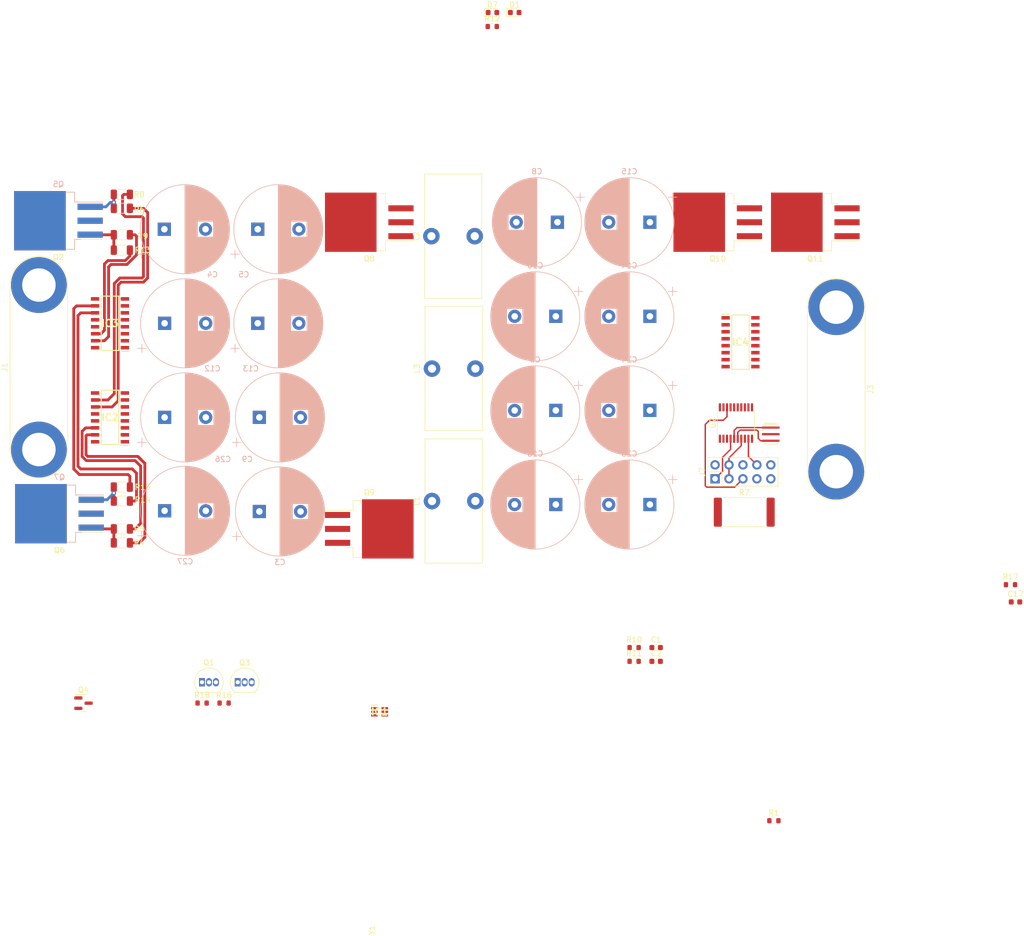
<source format=kicad_pcb>
(kicad_pcb (version 20211014) (generator pcbnew)
  (layers (0 "F.Cu" signal) (31 "B.Cu" signal) (34 "B.Paste" user) (35 "F.Paste" user) (36 "B.SilkS" user "B.Silkscreen") (37 "F.SilkS" user "F.Silkscreen") (38 "B.Mask" user) (39 "F.Mask" user) (44 "Edge.Cuts" user))
  (net 0 "")
  (net 1 "Earth")
  (net 2 "+3V3")
  (net 3 "/ChargeController/I_{Sense}+")
  (net 4 "/V_{BATT}")
  (net 5 "/ChargeController/I_{BATT}_Sense")
  (net 6 "/FilteredRectifier/NEG_ON")
  (net 7 "+12V")
  (net 8 "/FilteredRectifier/POS_ON")
  (net 9 "Net-(C7-Pad1)")
  (net 11 "/FilteredRectifier/DGND")
  (net 13 "Net-(IC2-Pad10)")
  (net 14 "Net-(IC2-Pad11)")
  (net 16 "/L1")
  (net 17 "Net-(IC2-Pad14)")
  (net 18 "Net-(IC2-Pad15)")
  (net 19 "Net-(C20-Pad1)")
  (net 20 "Net-(C19-Pad1)")
  (net 23 "Net-(IC3-Pad10)")
  (net 24 "Net-(IC3-Pad11)")
  (net 26 "Net-(IC3-Pad14)")
  (net 27 "Net-(IC3-Pad15)")
  (net 28 "Net-(C21-Pad1)")
  (net 29 "/ChargeController/V_{in}_Sense")
  (net 30 "/ChargeController/V_{BATT}_Sense")
  (net 31 "/V_{DC}")
  (net 32 "/V_{REG}")
  (net 33 "Net-(C17-Pad1)")
  (net 34 "/N")
  (net 35 "/ChargeController/~{RST}")
  (net 37 "/ChargeController/SWIM")
  (net 41 "/DC-DC Converter/L+")
  (net 43 "Net-(Q1-Pad3)")
  (net 44 "/FilteredRectifier/PHG")
  (net 45 "/FilteredRectifier/PLG")
  (net 46 "/FilteredRectifier/NHG")
  (net 47 "/FilteredRectifier/NLG")
  (net 48 "/ChargeController/SWITCH")
  (net 51 "Net-(U2-Pad5)")
  (net 52 "Net-(U2-Pad6)")
  (net 55 "/ChargeController/START{slash}~{STOP}")
  (net 56 "/ChargeController/BOOST{slash}~{BUCK}")
  (net 60 "/DC-DC Converter/~{SWITCH}")
  (net 61 "Net-(C22-Pad1)")
  (net 64 "Net-(IC4-Pad10)")
  (net 65 "Net-(IC4-Pad11)")
  (net 67 "Net-(IC4-Pad14)")
  (net 68 "Net-(IC4-Pad15)")
  (net 69 "Net-(C23-Pad1)")
  (net 70 "/DC-DC Converter/G_SWITCH")
  (net 71 "/DC-DC Converter/G_DIODE")
  (net 72 "/ChargeController/GND")
  (net 74 "Net-(Q10-Pad3)")
  (footprint "Diode_SMD:D_0603_1608Metric" (layer "F.Cu") (at 201.519272 82.432959)
    (fp_text reference "D7" (at 0 -1.43) (layer "F.SilkS"))
    (fp_text value "5V")
    (pad "1" smd roundrect (at -0.7875 0) (size 0.875 0.95) (layers "F.Cu" "F.Paste" "F.Mask") (net 29 "/ChargeController/V_{in}_Sense"))
    (pad "2" smd roundrect (at 0.7875 0) (size 0.875 0.95) (layers "F.Cu" "F.Paste" "F.Mask") (net 72 "/ChargeController/GND"))
  )
  (footprint "Resistor_SMD:R_1206_3216Metric" (layer "F.Cu") (at 133.985 118.11)
    (fp_text reference "R6" (at 3.175 0.254) (layer "F.SilkS"))
    (fp_text value "10")
    (pad "1" smd roundrect (at -1.4625 0) (size 1.125 1.75) (layers "F.Cu" "F.Paste" "F.Mask") (roundrect_rratio 0.222222) (net 45 "/FilteredRectifier/PLG"))
    (pad "2" smd roundrect (at 1.4625 0) (size 1.125 1.75) (layers "F.Cu" "F.Paste" "F.Mask") (roundrect_rratio 0.222222) (net 14 "Net-(IC2-Pad11)"))
  )
  (footprint "Resistor_SMD:R_0603_1608Metric" (layer "F.Cu") (at 227.33 198.15)
    (fp_text reference "R10" (at 0 -1.43) (layer "F.SilkS"))
    (fp_text value "10k")
    (pad "1" smd roundrect (at -0.825 0) (size 0.8 0.95) (layers "F.Cu" "F.Paste" "F.Mask") (net 2 "+3V3"))
    (pad "2" smd roundrect (at 0.825 0) (size 0.8 0.95) (layers "F.Cu" "F.Paste" "F.Mask") (net 35 "/ChargeController/~{RST}"))
  )
  (footprint "Resistor_SMD:R_1206_3216Metric" (layer "F.Cu") (at 133.985 125.73)
    (fp_text reference "R13" (at 3.81 0) (layer "F.SilkS"))
    (fp_text value "10")
    (pad "1" smd roundrect (at -1.4625 0) (size 1.125 1.75) (layers "F.Cu" "F.Paste" "F.Mask") (roundrect_rratio 0.222222) (net 44 "/FilteredRectifier/PHG"))
    (pad "2" smd roundrect (at 1.4625 0) (size 1.125 1.75) (layers "F.Cu" "F.Paste" "F.Mask") (roundrect_rratio 0.222222) (net 26 "Net-(IC3-Pad14)"))
  )
  (footprint "Inductor_THT:L_Toroid_Vertical_L22.4mm_W10.2mm_P7.90mm_Vishay_TJ4" (layer "F.Cu") (at 190.39 123.19 90)
    (fp_text reference "L2" (at 0 -2.75 90) (layer "F.SilkS"))
    (fp_text value "L")
    (pad "1" thru_hole circle (at 0 0 90) (size 3 3) (drill 1.5) (layers *.Cu *.Mask) (net 41 "/DC-DC Converter/L+"))
    (pad "2" thru_hole circle (at 0 7.9 90) (size 3 3) (drill 1.5) (layers *.Cu *.Mask) (net 32 "/V_{REG}"))
  )
  (footprint "Connector_PinHeader_2.54mm:PinHeader_2x05_P2.54mm_Vertical" (layer "F.Cu") (at 242.078 167.402 90)
    (fp_text reference "J7" (at 1.27 -2.33 90) (layer "F.SilkS"))
    (fp_text value "Conn_02x05_Odd_Even")
    (pad "1" thru_hole rect (at 0 0 90) (size 1.7 1.7) (drill 1) (layers *.Cu *.Mask) (net 35 "/ChargeController/~{RST}"))
    (pad "2" thru_hole oval (at 2.54 0 90) (size 1.7 1.7) (drill 1) (layers *.Cu *.Mask))
    (pad "3" thru_hole oval (at 0 2.54 90) (size 1.7 1.7) (drill 1) (layers *.Cu *.Mask) (net 72 "/ChargeController/GND"))
    (pad "4" thru_hole oval (at 2.54 2.54 90) (size 1.7 1.7) (drill 1) (layers *.Cu *.Mask) (net 72 "/ChargeController/GND"))
    (pad "5" thru_hole oval (at 0 5.08 90) (size 1.7 1.7) (drill 1) (layers *.Cu *.Mask) (net 37 "/ChargeController/SWIM"))
    (pad "6" thru_hole oval (at 2.54 5.08 90) (size 1.7 1.7) (drill 1) (layers *.Cu *.Mask))
    (pad "7" thru_hole oval (at 0 7.62 90) (size 1.7 1.7) (drill 1) (layers *.Cu *.Mask) (net 2 "+3V3"))
    (pad "8" thru_hole oval (at 2.54 7.62 90) (size 1.7 1.7) (drill 1) (layers *.Cu *.Mask) (net 2 "+3V3"))
    (pad "9" thru_hole oval (at 0 10.16 90) (size 1.7 1.7) (drill 1) (layers *.Cu *.Mask))
    (pad "10" thru_hole oval (at 2.54 10.16 90) (size 1.7 1.7) (drill 1) (layers *.Cu *.Mask))
  )
  (footprint "Resistor_SMD:R_0603_1608Metric" (layer "F.Cu") (at 148.61 208.26)
    (fp_text reference "R18" (at 0 -1.43) (layer "F.SilkS"))
    (fp_text value "R_US")
    (pad "1" smd roundrect (at -0.825 0) (size 0.8 0.95) (layers "F.Cu" "F.Paste" "F.Mask") (net 2 "+3V3"))
    (pad "2" smd roundrect (at 0.825 0) (size 0.8 0.95) (layers "F.Cu" "F.Paste" "F.Mask") (net 6 "/FilteredRectifier/NEG_ON"))
  )
  (footprint "Package_TO_SOT_THT:TO-92_Inline" (layer "F.Cu") (at 148.59 204.47)
    (fp_text reference "Q1" (at 1.27 -3.56) (layer "F.SilkS"))
    (fp_text value "BS170")
    (pad "1" thru_hole rect (at 0 0) (size 1.05 1.5) (drill 0.75) (layers *.Cu *.Mask) (net 8 "/FilteredRectifier/POS_ON"))
    (pad "2" thru_hole oval (at 1.27 0) (size 1.05 1.5) (drill 0.75) (layers *.Cu *.Mask))
    (pad "3" thru_hole oval (at 2.54 0) (size 1.05 1.5) (drill 0.75) (layers *.Cu *.Mask) (net 43 "Net-(Q1-Pad3)"))
  )
  (footprint "Resistor_SMD:R_1206_3216Metric" (layer "F.Cu") (at 133.985 115.57)
    (fp_text reference "R8" (at 3.175 0) (layer "F.SilkS"))
    (fp_text value "10")
    (pad "1" smd roundrect (at -1.4625 0) (size 1.125 1.75) (layers "F.Cu" "F.Paste" "F.Mask") (roundrect_rratio 0.222222) (net 45 "/FilteredRectifier/PLG"))
    (pad "2" smd roundrect (at 1.4625 0) (size 1.125 1.75) (layers "F.Cu" "F.Paste" "F.Mask") (roundrect_rratio 0.222222) (net 13 "Net-(IC2-Pad10)"))
  )
  (footprint "Package_TO_SOT_SMD:TO-263-3_TabPin2" (layer "F.Cu") (at 242.57 120.65 180)
    (fp_text reference "Q10" (at 0 -6.65) (layer "F.SilkS"))
    (fp_text value "Q_NMOS_GDS")
    (pad "1" smd rect (at -5.775 -2.54 180) (size 4.6 1.1) (layers "F.Cu" "F.Paste" "F.Mask"))
    (pad "2" smd rect (at -5.775 0 180) (size 4.6 1.1) (layers "F.Cu" "F.Paste" "F.Mask") (net 32 "/V_{REG}"))
    (pad "2" smd rect (at 3.375 0 180) (size 9.4 10.8) (layers "F.Cu" "F.Mask") (net 32 "/V_{REG}"))
    (pad "3" smd rect (at -5.775 2.54 180) (size 4.6 1.1) (layers "F.Cu" "F.Paste" "F.Mask") (net 74 "Net-(Q10-Pad3)"))
  )
  (footprint "Capacitor_SMD:C_0603_1608Metric" (layer "F.Cu") (at 231.34 200.66)
    (fp_text reference "C2" (at 0 -1.43) (layer "F.SilkS"))
    (fp_text value "C")
    (pad "1" smd roundrect (at -0.775 0) (size 0.9 0.95) (layers "F.Cu" "F.Paste" "F.Mask") (net 30 "/ChargeController/V_{BATT}_Sense"))
    (pad "2" smd roundrect (at 0.775 0) (size 0.9 0.95) (layers "F.Cu" "F.Paste" "F.Mask") (net 1 "Earth"))
  )
  (footprint "Resistor_SMD:R_1206_3216Metric" (layer "F.Cu") (at 133.985 168.91)
    (fp_text reference "R15" (at 3.81 0) (layer "F.SilkS"))
    (fp_text value "10")
    (pad "1" smd roundrect (at -1.4625 0) (size 1.125 1.75) (layers "F.Cu" "F.Paste" "F.Mask") (roundrect_rratio 0.222222) (net 47 "/FilteredRectifier/NLG"))
    (pad "2" smd roundrect (at 1.4625 0) (size 1.125 1.75) (layers "F.Cu" "F.Paste" "F.Mask") (roundrect_rratio 0.222222) (net 23 "Net-(IC3-Pad10)"))
  )
  (footprint "Package_TO_SOT_SMD:SOT-23" (layer "F.Cu") (at 127 208.28)
    (fp_text reference "Q4" (at 0 -2.4) (layer "F.SilkS"))
    (fp_text value "STB15N80K5")
    (pad "1" smd roundrect (at -0.9375 -0.95) (size 1.475 0.6) (layers "F.Cu" "F.Paste" "F.Mask") (net 48 "/ChargeController/SWITCH"))
    (pad "2" smd roundrect (at -0.9375 0.95) (size 1.475 0.6) (layers "F.Cu" "F.Paste" "F.Mask") (net 60 "/DC-DC Converter/~{SWITCH}"))
    (pad "3" smd roundrect (at 0.9375 0) (size 1.475 0.6) (layers "F.Cu" "F.Paste" "F.Mask") (net 1 "Earth"))
  )
  (footprint "SamacSys_Parts:SOIC127P600X175-16N" (layer "F.Cu") (at 131.826 139.065 180)
    (fp_text reference "IC3" (at 0 0) (layer "F.SilkS") (effects (font (size 1.27 1.27) (thickness 0.254))))
    (fp_text value "STDRIVEG600TR" hide)
    (pad "1" smd rect locked (at -2.712 -4.445 270) (size 0.65 1.525) (layers "F.Cu" "F.Paste" "F.Mask") (net 8 "/FilteredRectifier/POS_ON"))
    (pad "2" smd rect locked (at -2.712 -3.175 270) (size 0.65 1.525) (layers "F.Cu" "F.Paste" "F.Mask") (net 7 "+12V"))
    (pad "3" smd rect locked (at -2.712 -1.905 270) (size 0.65 1.525) (layers "F.Cu" "F.Paste" "F.Mask") (net 6 "/FilteredRectifier/NEG_ON"))
    (pad "4" smd rect locked (at -2.712 -0.635 270) (size 0.65 1.525) (layers "F.Cu" "F.Paste" "F.Mask") (net 7 "+12V"))
    (pad "5" smd rect locked (at -2.712 0.635 270) (size 0.65 1.525) (layers "F.Cu" "F.Paste" "F.Mask") (net 20 "Net-(C19-Pad1)"))
    (pad "6" smd rect locked (at -2.712 1.905 270) (size 0.65 1.525) (layers "F.Cu" "F.Paste" "F.Mask"))
    (pad "7" smd rect locked (at -2.712 3.175 270) (size 0.65 1.525) (layers "F.Cu" "F.Paste" "F.Mask") (net 11 "/FilteredRectifier/DGND"))
    (pad "8" smd rect locked (at -2.712 4.445 270) (size 0.65 1.525) (layers "F.Cu" "F.Paste" "F.Mask"))
    (pad "9" smd rect locked (at 2.712 4.445 270) (size 0.65 1.525) (layers "F.Cu" "F.Paste" "F.Mask") (net 72 "/ChargeController/GND"))
    (pad "10" smd rect locked (at 2.712 3.175 270) (size 0.65 1.525) (layers "F.Cu" "F.Paste" "F.Mask") (net 23 "Net-(IC3-Pad10)"))
    (pad "11" smd rect locked (at 2.712 1.905 270) (size 0.65 1.525) (layers "F.Cu" "F.Paste" "F.Mask") (net 24 "Net-(IC3-Pad11)"))
    (pad "12" smd rect locked (at 2.712 0.635 270) (size 0.65 1.525) (layers "F.Cu" "F.Paste" "F.Mask"))
    (pad "13" smd rect locked (at 2.712 -0.635 270) (size 0.65 1.525) (layers "F.Cu" "F.Paste" "F.Mask") (net 16 "/L1"))
    (pad "14" smd rect locked (at 2.712 -1.905 270) (size 0.65 1.525) (layers "F.Cu" "F.Paste" "F.Mask") (net 26 "Net-(IC3-Pad14)"))
    (pad "15" smd rect locked (at 2.712 -3.175 270) (size 0.65 1.525) (layers "F.Cu" "F.Paste" "F.Mask") (net 27 "Net-(IC3-Pad15)"))
    (pad "16" smd rect locked (at 2.712 -4.445 270) (size 0.65 1.525) (layers "F.Cu" "F.Paste" "F.Mask") (net 28 "Net-(C21-Pad1)"))
  )
  (footprint "Package_TO_SOT_SMD:TO-263-3_TabPin2" (layer "F.Cu") (at 122.616 173.755 180)
    (fp_text reference "Q6" (at 0 -6.65) (layer "F.SilkS"))
    (fp_text value "Q_NMOS_GDS")
    (pad "1" smd rect (at -5.775 -2.54 180) (size 4.6 1.1) (layers "F.Cu" "F.Paste" "F.Mask") (net 46 "/FilteredRectifier/NHG"))
    (pad "2" smd rect (at -5.775 0 180) (size 4.6 1.1) (layers "F.Cu" "F.Paste" "F.Mask") (net 31 "/V_{DC}"))
    (pad "2" smd rect (at 3.375 0 180) (size 9.4 10.8) (layers "F.Cu" "F.Mask") (net 31 "/V_{DC}"))
    (pad "3" smd rect (at -5.775 2.54 180) (size 4.6 1.1) (layers "F.Cu" "F.Paste" "F.Mask") (net 34 "/N"))
  )
  (footprint "Resistor_SMD:R_0603_1608Metric" (layer "F.Cu") (at 252.797868 229.700592)
    (fp_text reference "R1" (at 0 -1.43) (layer "F.SilkS"))
    (fp_text value "1k")
    (pad "1" smd roundrect (at -0.825 0) (size 0.8 0.95) (layers "F.Cu" "F.Paste" "F.Mask") (net 30 "/ChargeController/V_{BATT}_Sense"))
    (pad "2" smd roundrect (at 0.825 0) (size 0.8 0.95) (layers "F.Cu" "F.Paste" "F.Mask") (net 1 "Earth"))
  )
  (footprint "Diode_SMD:D_0603_1608Metric" (layer "F.Cu") (at 205.569272 82.432959)
    (fp_text reference "D1" (at 0 -1.43) (layer "F.SilkS"))
    (fp_text value "5V")
    (pad "1" smd roundrect (at -0.7875 0) (size 0.875 0.95) (layers "F.Cu" "F.Paste" "F.Mask") (net 30 "/ChargeController/V_{BATT}_Sense"))
    (pad "2" smd roundrect (at 0.7875 0) (size 0.875 0.95) (layers "F.Cu" "F.Paste" "F.Mask") (net 1 "Earth"))
  )
  (footprint "Inductor_THT:L_Toroid_Vertical_L22.4mm_W10.2mm_P7.90mm_Vishay_TJ4" (layer "F.Cu") (at 190.5 147.32 90)
    (fp_text reference "L3" (at 0 -2.75 90) (layer "F.SilkS"))
    (fp_text value "L")
    (pad "1" thru_hole circle (at 0 0 90) (size 3 3) (drill 1.5) (layers *.Cu *.Mask) (net 41 "/DC-DC Converter/L+"))
    (pad "2" thru_hole circle (at 0 7.9 90) (size 3 3) (drill 1.5) (layers *.Cu *.Mask) (net 32 "/V_{REG}"))
  )
  (footprint "Package_TO_SOT_THT:TO-92_Inline" (layer "F.Cu") (at 155.1 204.47)
    (fp_text reference "Q3" (at 1.27 -3.56) (layer "F.SilkS"))
    (fp_text value "BS170")
    (pad "1" thru_hole rect (at 0 0) (size 1.05 1.5) (drill 0.75) (layers *.Cu *.Mask) (net 6 "/FilteredRectifier/NEG_ON"))
    (pad "2" thru_hole oval (at 1.27 0) (size 1.05 1.5) (drill 0.75) (layers *.Cu *.Mask) (net 8 "/FilteredRectifier/POS_ON"))
    (pad "3" thru_hole oval (at 2.54 0) (size 1.05 1.5) (drill 0.75) (layers *.Cu *.Mask) (net 43 "Net-(Q1-Pad3)"))
  )
  (footprint "Resistor_SMD:R_1206_3216Metric" (layer "F.Cu") (at 133.985 171.45)
    (fp_text reference "R14" (at 3.81 -0.23) (layer "F.SilkS"))
    (fp_text value "10")
    (pad "1" smd roundrect (at -1.4625 0) (size 1.125 1.75) (layers "F.Cu" "F.Paste" "F.Mask") (roundrect_rratio 0.222222) (net 47 "/FilteredRectifier/NLG"))
    (pad "2" smd roundrect (at 1.4625 0) (size 1.125 1.75) (layers "F.Cu" "F.Paste" "F.Mask") (roundrect_rratio 0.222222) (net 24 "Net-(IC3-Pad11)"))
  )
  (footprint "Resistor_SMD:R_4020_10251Metric" (layer "F.Cu") (at 247.396 173.482)
    (fp_text reference "R7" (at 0 -3.6) (layer "F.SilkS"))
    (fp_text value ".1m")
    (pad "1" smd roundrect (at -4.8125 0) (size 1.475 5.3) (layers "F.Cu" "F.Paste" "F.Mask") (roundrect_rratio 0.169492) (net 72 "/ChargeController/GND"))
    (pad "2" smd roundrect (at 4.8125 0) (size 1.475 5.3) (layers "F.Cu" "F.Paste" "F.Mask") (roundrect_rratio 0.169492) (net 1 "Earth"))
  )
  (footprint "Capacitor_SMD:C_0603_1608Metric" (layer "F.Cu") (at 231.34 198.15)
    (fp_text reference "C1" (at 0 -1.43) (layer "F.SilkS"))
    (fp_text value "C")
    (pad "1" smd roundrect (at -0.775 0) (size 0.9 0.95) (layers "F.Cu" "F.Paste" "F.Mask") (net 29 "/ChargeController/V_{in}_Sense"))
    (pad "2" smd roundrect (at 0.775 0) (size 0.9 0.95) (layers "F.Cu" "F.Paste" "F.Mask") (net 72 "/ChargeController/GND"))
  )
  (footprint "Resistor_SMD:R_0603_1608Metric" (layer "F.Cu") (at 201.479272 84.982959)
    (fp_text reference "R12" (at 0 -1.43) (layer "F.SilkS"))
    (fp_text value "R_US")
    (pad "1" smd roundrect (at -0.825 0) (size 0.8 0.95) (layers "F.Cu" "F.Paste" "F.Mask") (net 29 "/ChargeController/V_{in}_Sense"))
    (pad "2" smd roundrect (at 0.825 0) (size 0.8 0.95) (layers "F.Cu" "F.Paste" "F.Mask") (net 72 "/ChargeController/GND"))
  )
  (footprint "SamacSys_Parts:SOT65P210X110-6N" (layer "F.Cu") (at 180.955 209.855)
    (fp_text reference "IC1" (at 0 0) (layer "F.SilkS") (effects (font (size 1.27 1.27) (thickness 0.254))))
    (fp_text value "INA211CQDCKRQ1" hide)
    (pad "1" smd rect locked (at -0.95 -0.65 90) (size 0.4 1.2) (layers "F.Cu" "F.Paste" "F.Mask") (net 72 "/ChargeController/GND"))
    (pad "2" smd rect locked (at -0.95 0 90) (size 0.4 1.2) (layers "F.Cu" "F.Paste" "F.Mask") (net 72 "/ChargeController/GND"))
    (pad "3" smd rect locked (at -0.95 0.65 90) (size 0.4 1.2) (layers "F.Cu" "F.Paste" "F.Mask") (net 2 "+3V3"))
    (pad "4" smd rect locked (at 0.95 0.65 90) (size 0.4 1.2) (layers "F.Cu" "F.Paste" "F.Mask") (net 3 "/ChargeController/I_{Sense}+"))
    (pad "5" smd rect locked (at 0.95 0 90) (size 0.4 1.2) (layers "F.Cu" "F.Paste" "F.Mask") (net 4 "/V_{BATT}"))
    (pad "6" smd rect locked (at 0.95 -0.65 90) (size 0.4 1.2) (layers "F.Cu" "F.Paste" "F.Mask") (net 5 "/ChargeController/I_{BATT}_Sense"))
  )
  (footprint "Inductor_THT:L_Toroid_Vertical_L22.4mm_W10.2mm_P7.90mm_Vishay_TJ4" (layer "F.Cu") (at 190.5 171.45 90)
    (fp_text reference "L1" (at 0 -2.75 90) (layer "F.SilkS"))
    (fp_text value "L")
    (pad "1" thru_hole circle (at 0 0 90) (size 3 3) (drill 1.5) (layers *.Cu *.Mask) (net 41 "/DC-DC Converter/L+"))
    (pad "2" thru_hole circle (at 0 7.9 90) (size 3 3) (drill 1.5) (layers *.Cu *.Mask) (net 32 "/V_{REG}"))
  )
  (footprint "Resistor_SMD:R_0603_1608Metric" (layer "F.Cu") (at 295.91 186.69)
    (fp_text reference "R17" (at 0 -1.43) (layer "F.SilkS"))
    (fp_text value "99k")
    (pad "1" smd roundrect (at -0.825 0) (size 0.8 0.95) (layers "F.Cu" "F.Paste" "F.Mask") (net 4 "/V_{BATT}"))
    (pad "2" smd roundrect (at 0.825 0) (size 0.8 0.95) (layers "F.Cu" "F.Paste" "F.Mask") (net 30 "/ChargeController/V_{BATT}_Sense"))
  )
  (footprint "Package_TO_SOT_SMD:TO-263-3_TabPin2" (layer "F.Cu") (at 179.07 176.53)
    (fp_text reference "Q9" (at 0 -6.65) (layer "F.SilkS"))
    (fp_text value "Q_NMOS_GDS")
    (pad "1" smd rect (at -5.775 -2.54) (size 4.6 1.1) (layers "F.Cu" "F.Paste" "F.Mask") (net 71 "/DC-DC Converter/G_DIODE"))
    (pad "2" smd rect (at 3.375 0) (size 9.4 10.8) (layers "F.Cu" "F.Mask") (net 41 "/DC-DC Converter/L+"))
    (pad "2" smd rect (at -5.775 0) (size 4.6 1.1) (layers "F.Cu" "F.Paste" "F.Mask") (net 41 "/DC-DC Converter/L+"))
    (pad "3" smd rect (at -5.775 2.54) (size 4.6 1.1) (layers "F.Cu" "F.Paste" "F.Mask") (net 72 "/ChargeController/GND"))
  )
  (footprint "Resistor_SMD:R_0603_1608Metric" (layer "F.Cu") (at 152.62 208.26)
    (fp_text reference "R16" (at 0 -1.43) (layer "F.SilkS"))
    (fp_text value "R_US")
    (pad "1" smd roundrect (at -0.825 0) (size 0.8 0.95) (layers "F.Cu" "F.Paste" "F.Mask") (net 2 "+3V3"))
    (pad "2" smd roundrect (at 0.825 0) (size 0.8 0.95) (layers "F.Cu" "F.Paste" "F.Mask") (net 8 "/FilteredRectifier/POS_ON"))
  )
  (footprint "Package_TO_SOT_SMD:TO-263-3_TabPin2" (layer "F.Cu") (at 179.07 120.65 180)
    (fp_text reference "Q8" (at 0 -6.65) (layer "F.SilkS"))
    (fp_text value "Q_NMOS_GDS")
    (pad "1" smd rect (at -5.775 -2.54 180) (size 4.6 1.1) (layers "F.Cu" "F.Paste" "F.Mask") (net 70 "/DC-DC Converter/G_SWITCH"))
    (pad "2" smd rect (at -5.775 0 180) (size 4.6 1.1) (layers "F.Cu" "F.Paste" "F.Mask") (net 31 "/V_{DC}"))
    (pad "2" smd rect (at 3.375 0 180) (size 9.4 10.8) (layers "F.Cu" "F.Mask") (net 31 "/V_{DC}"))
    (pad "3" smd rect (at -5.775 2.54 180) (size 4.6 1.1) (layers "F.Cu" "F.Paste" "F.Mask") (net 41 "/DC-DC Converter/L+"))
  )
  (footprint "Resistor_SMD:R_1206_3216Metric" (layer "F.Cu") (at 133.985 122.936)
    (fp_text reference "R9" (at 3.81 0.254) (layer "F.SilkS"))
    (fp_text value "10")
    (pad "1" smd roundrect (at -1.4625 0) (size 1.125 1.75) (layers "F.Cu" "F.Paste" "F.Mask") (roundrect_rratio 0.222222) (net 44 "/FilteredRectifier/PHG"))
    (pad "2" smd roundrect (at 1.4625 0) (size 1.125 1.75) (layers "F.Cu" "F.Paste" "F.Mask") (roundrect_rratio 0.222222) (net 27 "Net-(IC3-Pad15)"))
  )
  (footprint "Package_SO:TSSOP-20_4.4x6.5mm_P0.65mm" (layer "F.Cu") (at 245.883 157.237 90)
    (fp_text reference "U2" (at 0 -4.2 90) (layer "F.SilkS"))
    (fp_text value "STM8AF6223A")
    (pad "1" smd roundrect (at -2.8625 -2.925 90) (size 1.475 0.4) (layers "F.Cu" "F.Paste" "F.Mask") (net 48 "/ChargeController/SWITCH"))
    (pad "2" smd roundrect (at -2.8625 -2.275 90) (size 1.475 0.4) (layers "F.Cu" "F.Paste" "F.Mask"))
    (pad "3" smd roundrect (at -2.8625 -1.625 90) (size 1.475 0.4) (layers "F.Cu" "F.Paste" "F.Mask"))
    (pad "4" smd roundrect (at -2.8625 -0.975 90) (size 1.475 0.4) (layers "F.Cu" "F.Paste" "F.Mask") (net 35 "/ChargeController/~{RST}"))
    (pad "5" smd roundrect (at -2.8625 -0.325 90) (size 1.475 0.4) (layers "F.Cu" "F.Paste" "F.Mask") (net 51 "Net-(U2-Pad5)"))
    (pad "6" smd roundrect (at -2.8625 0.325 90) (size 1.475 0.4) (layers "F.Cu" "F.Paste" "F.Mask") (net 52 "Net-(U2-Pad6)"))
    (pad "7" smd roundrect (at -2.8625 0.975 90) (size 1.475 0.4) (layers "F.Cu" "F.Paste" "F.Mask") (net 72 "/ChargeController/GND"))
    (pad "8" smd roundrect (at -2.8625 1.625 90) (size 1.475 0.4) (layers "F.Cu" "F.Paste" "F.Mask") (net 33 "Net-(C17-Pad1)"))
    (pad "9" smd roundrect (at -2.8625 2.275 90) (size 1.475 0.4) (layers "F.Cu" "F.Paste" "F.Mask") (net 2 "+3V3"))
    (pad "10" smd roundrect (at -2.8625 2.925 90) (size 1.475 0.4) (layers "F.Cu" "F.Paste" "F.Mask"))
    (pad "11" smd roundrect (at 2.8625 2.925 90) (size 1.475 0.4) (layers "F.Cu" "F.Paste" "F.Mask"))
    (pad "12" smd roundrect (at 2.8625 2.275 90) (size 1.475 0.4) (layers "F.Cu" "F.Paste" "F.Mask") (net 55 "/ChargeController/START{slash}~{STOP}"))
    (pad "13" smd roundrect (at 2.8625 1.625 90) (size 1.475 0.4) (layers "F.Cu" "F.Paste" "F.Mask") (net 56 "/ChargeController/BOOST{slash}~{BUCK}"))
    (pad "14" smd roundrect (at 2.8625 0.975 90) (size 1.475 0.4) (layers "F.Cu" "F.Paste" "F.Mask") (net 29 "/ChargeController/V_{in}_Sense"))
    (pad "15" smd roundrect (at 2.8625 0.325 90) (size 1.475 0.4) (layers "F.Cu" "F.Paste" "F.Mask"))
    (pad "16" smd roundrect (at 2.8625 -0.325 90) (size 1.475 0.4) (layers "F.Cu" "F.Paste" "F.Mask"))
    (pad "17" smd roundrect (at 2.8625 -0.975 90) (size 1.475 0.4) (layers "F.Cu" "F.Paste" "F.Mask"))
    (pad "18" smd roundrect (at 2.8625 -1.625 90) (size 1.475 0.4) (layers "F.Cu" "F.Paste" "F.Mask") (net 37 "/ChargeController/SWIM"))
    (pad "19" smd roundrect (at 2.8625 -2.275 90) (size 1.475 0.4) (layers "F.Cu" "F.Paste" "F.Mask") (net 5 "/ChargeController/I_{BATT}_Sense"))
    (pad "20" smd roundrect (at 2.8625 -2.925 90) (size 1.475 0.4) (layers "F.Cu" "F.Paste" "F.Mask") (net 30 "/ChargeController/V_{BATT}_Sense"))
  )
  (footprint "Crystal:Resonator_SMD_Murata_CSTxExxV-3Pin_3.0x1.1mm_HandSoldering" (layer "F.Cu") (at 252.233 159.269 -90)
    (fp_text reference "Y1" (at 90.395184 72.649264 90) (layer "F.SilkS"))
    (fp_text value "Resonator_Small")
    (pad "1" smd rect (at -1.2 0 270) (size 0.4 3.2) (layers "F.Cu" "F.Paste" "F.Mask") (net 51 "Net-(U2-Pad5)"))
    (pad "2" smd rect (at 0 0 270) (size 0.4 3.2) (layers "F.Cu" "F.Paste" "F.Mask") (net 72 "/ChargeController/GND"))
    (pad "3" smd rect (at 1.2 0 270) (size 0.4 3.2) (layers "F.Cu" "F.Paste" "F.Mask") (net 52 "Net-(U2-Pad6)"))
  )
  (footprint "Connector:Banana_Jack_2Pin" (layer "F.Cu") (at 118.872 162.066 90)
    (fp_text reference "J1" (at 14.985 -6.24 90) (layer "F.SilkS"))
    (fp_text value "Conn_01x02")
    (pad "1" thru_hole circle (at 0 0 90) (size 10.16 10.16) (drill 6.1) (layers *.Cu *.Mask) (net 34 "/N"))
    (pad "2" thru_hole circle (at 29.97 0 90) (size 10.16 10.16) (drill 6.1) (layers *.Cu *.Mask) (net 16 "/L1"))
  )
  (footprint "Package_TO_SOT_SMD:TO-263-3_TabPin2" (layer "F.Cu") (at 122.428 120.377 180)
    (fp_text reference "Q2" (at 0 -6.65) (layer "F.SilkS"))
    (fp_text value "Q_NMOS_GDS")
    (pad "1" smd rect (at -5.775 -2.54 180) (size 4.6 1.1) (layers "F.Cu" "F.Paste" "F.Mask") (net 44 "/FilteredRectifier/PHG"))
    (pad "2" smd rect (at 3.375 0 180) (size 9.4 10.8) (layers "F.Cu" "F.Mask") (net 31 "/V_{DC}"))
    (pad "2" smd rect (at -5.775 0 180) (size 4.6 1.1) (layers "F.Cu" "F.Paste" "F.Mask") (net 31 "/V_{DC}"))
    (pad "3" smd rect (at -5.775 2.54 180) (size 4.6 1.1) (layers "F.Cu" "F.Paste" "F.Mask") (net 16 "/L1"))
  )
  (footprint "Resistor_SMD:R_1206_3216Metric" (layer "F.Cu") (at 133.985 179.07)
    (fp_text reference "R4" (at 3.175 0) (layer "F.SilkS"))
    (fp_text value "10")
    (pad "1" smd roundrect (at -1.4625 0) (size 1.125 1.75) (layers "F.Cu" "F.Paste" "F.Mask") (roundrect_rratio 0.222222) (net 46 "/FilteredRectifier/NHG"))
    (pad "2" smd roundrect (at 1.4625 0) (size 1.125 1.75) (layers "F.Cu" "F.Paste" "F.Mask") (roundrect_rratio 0.222222) (net 18 "Net-(IC2-Pad15)"))
  )
  (footprint "SamacSys_Parts:SOIC127P600X175-16N" (layer "F.Cu") (at 131.826 156.21 180)
    (fp_text reference "IC2" (at 0 0) (layer "F.SilkS") (effects (font (size 1.27 1.27) (thickness 0.254))))
    (fp_text value "STDRIVEG600TR" hide)
    (pad "1" smd rect locked (at -2.712 -4.445 270) (size 0.65 1.525) (layers "F.Cu" "F.Paste" "F.Mask") (net 6 "/FilteredRectifier/NEG_ON"))
    (pad "2" smd rect locked (at -2.712 -3.175 270) (size 0.65 1.525) (layers "F.Cu" "F.Paste" "F.Mask") (net 7 "+12V"))
    (pad "3" smd rect locked (at -2.712 -1.905 270) (size 0.65 1.525) (layers "F.Cu" "F.Paste" "F.Mask") (net 8 "/FilteredRectifier/POS_ON"))
    (pad "4" smd rect locked (at -2.712 -0.635 270) (size 0.65 1.525) (layers "F.Cu" "F.Paste" "F.Mask") (net 7 "+12V"))
    (pad "5" smd rect locked (at -2.712 0.635 270) (size 0.65 1.525) (layers "F.Cu" "F.Paste" "F.Mask") (net 9 "Net-(C7-Pad1)"))
    (pad "6" smd rect locked (at -2.712 1.905 270) (size 0.65 1.525) (layers "F.Cu" "F.Paste" "F.Mask"))
    (pad "7" smd rect locked (at -2.712 3.175 270) (size 0.65 1.525) (layers "F.Cu" "F.Paste" "F.Mask") (net 11 "/FilteredRectifier/DGND"))
    (pad "8" smd rect locked (at -2.712 4.445 270) (size 0.65 1.525) (layers "F.Cu" "F.Paste" "F.Mask"))
    (pad "9" smd rect locked (at 2.712 4.445 270) (size 0.65 1.525) (layers "F.Cu" "F.Paste" "F.Mask") (net 72 "/ChargeController/GND"))
    (pad "10" smd rect locked (at 2.712 3.175 270) (size 0.65 1.525) (layers "F.Cu" "F.Paste" "F.Mask") (net 13 "Net-(IC2-Pad10)"))
    (pad "11" smd rect locked (at 2.712 1.905 270) (size 0.65 1.525) (layers "F.Cu" "F.Paste" "F.Mask") (net 14 "Net-(IC2-Pad11)"))
    (pad "12" smd rect locked (at 2.712 0.635 270) (size 0.65 1.525) (layers "F.Cu" "F.Paste" "F.Mask"))
    (pad "13" smd rect locked (at 2.712 -0.635 270) (size 0.65 1.525) (layers "F.Cu" "F.Paste" "F.Mask") (net 16 "/L1"))
    (pad "14" smd rect locked (at 2.712 -1.905 270) (size 0.65 1.525) (layers "F.Cu" "F.Paste" "F.Mask") (net 17 "Net-(IC2-Pad14)"))
    (pad "15" smd rect locked (at 2.712 -3.175 270) (size 0.65 1.525) (layers "F.Cu" "F.Paste" "F.Mask") (net 18 "Net-(IC2-Pad15)"))
    (pad "16" smd rect locked (at 2.712 -4.445 270) (size 0.65 1.525) (layers "F.Cu" "F.Paste" "F.Mask") (net 19 "Net-(C20-Pad1)"))
  )
  (footprint "SamacSys_Parts:SOIC127P600X175-16N" (layer "F.Cu") (at 246.713547 142.511676)
    (fp_text reference "IC4" (at 0 0) (layer "F.SilkS") (effects (font (size 1.27 1.27) (thickness 0.254))))
    (fp_text value "STDRIVEG600TR" hide)
    (pad "1" smd rect locked (at -2.712 -4.445 90) (size 0.65 1.525) (layers "F.Cu" "F.Paste" "F.Mask") (net 48 "/ChargeController/SWITCH"))
    (pad "2" smd rect locked (at -2.712 -3.175 90) (size 0.65 1.525) (layers "F.Cu" "F.Paste" "F.Mask") (net 7 "+12V"))
    (pad "3" smd rect locked (at -2.712 -1.905 90) (size 0.65 1.525) (layers "F.Cu" "F.Paste" "F.Mask") (net 60 "/DC-DC Converter/~{SWITCH}"))
    (pad "4" smd rect locked (at -2.712 -0.635 90) (size 0.65 1.525) (layers "F.Cu" "F.Paste" "F.Mask") (net 7 "+12V"))
    (pad "5" smd rect locked (at -2.712 0.635 90) (size 0.65 1.525) (layers "F.Cu" "F.Paste" "F.Mask") (net 61 "Net-(C22-Pad1)"))
    (pad "6" smd rect locked (at -2.712 1.905 90) (size 0.65 1.525) (layers "F.Cu" "F.Paste" "F.Mask"))
    (pad "7" smd rect locked (at -2.712 3.175 90) (size 0.65 1.525) (layers "F.Cu" "F.Paste" "F.Mask") (net 1 "Earth"))
    (pad "8" smd rect locked (at -2.712 4.445 90) (size 0.65 1.525) (layers "F.Cu" "F.Paste" "F.Mask"))
    (pad "9" smd rect locked (at 2.712 4.445 90) (size 0.65 1.525) (layers "F.Cu" "F.Paste" "F.Mask") (net 72 "/ChargeController/GND"))
    (pad "10" smd rect locked (at 2.712 3.175 90) (size 0.65 1.525) (layers "F.Cu" "F.Paste" "F.Mask") (net 64 "Net-(IC4-Pad10)"))
    (pad "11" smd rect locked (at 2.712 1.905 90) (size 0.65 1.525) (layers "F.Cu" "F.Paste" "F.Mask") (net 65 "Net-(IC4-Pad11)"))
    (pad "12" smd rect locked (at 2.712 0.635 90) (size 0.65 1.525) (layers "F.Cu" "F.Paste" "F.Mask"))
    (pad "13" smd rect locked (at 2.712 -0.635 90) (size 0.65 1.525) (layers "F.Cu" "F.Paste" "F.Mask") (net 41 "/DC-DC Converter/L+"))
    (pad "14" smd rect locked (at 2.712 -1.905 90) (size 0.65 1.525) (layers "F.Cu" "F.Paste" "F.Mask") (net 67 "Net-(IC4-Pad14)"))
    (pad "15" smd rect locked (at 2.712 -3.175 90) (size 0.65 1.525) (layers "F.Cu" "F.Paste" "F.Mask") (net 68 "Net-(IC4-Pad15)"))
    (pad "16" smd rect locked (at 2.712 -4.445 90) (size 0.65 1.525) (layers "F.Cu" "F.Paste" "F.Mask") (net 69 "Net-(C23-Pad1)"))
  )
  (footprint "Package_TO_SOT_SMD:TO-263-3_TabPin2" (layer "F.Cu") (at 260.35 120.65 180)
    (fp_text reference "Q11" (at 0 -6.65) (layer "F.SilkS"))
    (fp_text value "Q_NMOS_GDS")
    (pad "1" smd rect (at -5.775 -2.54 180) (size 4.6 1.1) (layers "F.Cu" "F.Paste" "F.Mask"))
    (pad "2" smd rect (at -5.775 0 180) (size 4.6 1.1) (layers "F.Cu" "F.Paste" "F.Mask") (net 4 "/V_{BATT}"))
    (pad "2" smd rect (at 3.375 0 180) (size 9.4 10.8) (layers "F.Cu" "F.Mask") (net 4 "/V_{BATT}"))
    (pad "3" smd rect (at -5.775 2.54 180) (size 4.6 1.1) (layers "F.Cu" "F.Paste" "F.Mask") (net 74 "Net-(Q10-Pad3)"))
  )
  (footprint "Capacitor_SMD:C_0603_1608Metric" (layer "F.Cu") (at 296.82 189.84)
    (fp_text reference "C17" (at 0 -1.43) (layer "F.SilkS"))
    (fp_text value "C")
    (pad "1" smd roundrect (at -0.775 0) (size 0.9 0.95) (layers "F.Cu" "F.Paste" "F.Mask") (net 33 "Net-(C17-Pad1)"))
    (pad "2" smd roundrect (at 0.775 0) (size 0.9 0.95) (layers "F.Cu" "F.Paste" "F.Mask") (net 72 "/ChargeController/GND"))
  )
  (footprint "Resistor_SMD:R_1206_3216Metric" (layer "F.Cu") (at 133.985 176.53)
    (fp_text reference "R5" (at 3.175 0) (layer "F.SilkS"))
    (fp_text value "10")
    (pad "1" smd roundrect (at -1.4625 0) (size 1.125 1.75) (layers "F.Cu" "F.Paste" "F.Mask") (roundrect_rratio 0.222222) (net 46 "/FilteredRectifier/NHG"))
    (pad "2" smd roundrect (at 1.4625 0) (size 1.125 1.75) (layers "F.Cu" "F.Paste" "F.Mask") (roundrect_rratio 0.222222) (net 17 "Net-(IC2-Pad14)"))
  )
  (footprint "Connector:Banana_Jack_2Pin" (layer "F.Cu") (at 264.16 136.13 -90)
    (fp_text reference "J3" (at 14.985 -6.24 90) (layer "F.SilkS"))
    (fp_text value "Conn_01x02")
    (pad "1" thru_hole circle (at 0 0 270) (size 10.16 10.16) (drill 6.1) (layers *.Cu *.Mask) (net 4 "/V_{BATT}"))
    (pad "2" thru_hole circle (at 29.97 0 270) (size 10.16 10.16) (drill 6.1) (layers *.Cu *.Mask) (net 1 "Earth"))
  )
  (footprint "Resistor_SMD:R_0603_1608Metric" (layer "F.Cu") (at 227.33 200.66)
    (fp_text reference "R11" (at 0 -1.43) (layer "F.SilkS"))
    (fp_text value "R_US")
    (pad "1" smd roundrect (at -0.825 0) (size 0.8 0.95) (layers "F.Cu" "F.Paste" "F.Mask") (net 32 "/V_{REG}"))
    (pad "2" smd roundrect (at 0.825 0) (size 0.8 0.95) (layers "F.Cu" "F.Paste" "F.Mask") (net 29 "/ChargeController/V_{in}_Sense"))
  )
  (footprint "Capacitor_THT:CP_Radial_D16.0mm_P7.50mm" (layer "B.Cu") (at 141.732 121.92)
    (fp_text reference "C4" (at 8.763 8.255) (layer "B.SilkS") (effects (justify mirror)))
    (fp_text value "100uF")
    (pad "1" thru_hole rect (at 0 0) (size 2.4 2.4) (drill 1.2) (layers *.Cu *.Mask) (net 31 "/V_{DC}"))
    (pad "2" thru_hole circle (at 7.5 0) (size 2.4 2.4) (drill 1.2) (layers *.Cu *.Mask) (net 72 "/ChargeController/GND"))
  )
  (footprint "Package_TO_SOT_SMD:TO-263-3_TabPin2" (layer "B.Cu") (at 122.428 120.377 180)
    (fp_text reference "Q5" (at 0 6.65) (layer "B.SilkS") (effects (justify mirror)))
    (fp_text value "Q_NMOS_GDS")
    (pad "1" smd rect (at -5.775 2.54 180) (size 4.6 1.1) (layers "B.Cu" "B.Paste" "B.Mask") (net 45 "/FilteredRectifier/PLG"))
    (pad "2" smd rect (at -5.775 0 180) (size 4.6 1.1) (layers "B.Cu" "B.Paste" "B.Mask") (net 16 "/L1"))
    (pad "2" smd rect (at 3.375 0 180) (size 9.4 10.8) (layers "B.Cu" "B.Mask") (net 16 "/L1"))
    (pad "3" smd rect (at -5.775 -2.54 180) (size 4.6 1.1) (layers "B.Cu" "B.Paste" "B.Mask") (net 72 "/ChargeController/GND"))
  )
  (footprint "Capacitor_THT:CP_Radial_D16.0mm_P7.50mm" (layer "B.Cu") (at 159.047246 173.355)
    (fp_text reference "C3" (at 3.75 9.25) (layer "B.SilkS") (effects (justify mirror)))
    (fp_text value "100uF")
    (pad "1" thru_hole rect (at 0 0) (size 2.4 2.4) (drill 1.2) (layers *.Cu *.Mask) (net 31 "/V_{DC}"))
    (pad "2" thru_hole circle (at 7.5 0) (size 2.4 2.4) (drill 1.2) (layers *.Cu *.Mask) (net 72 "/ChargeController/GND"))
  )
  (footprint "Capacitor_THT:CP_Radial_D16.0mm_P7.50mm" (layer "B.Cu") (at 230.207755 137.795 180)
    (fp_text reference "C14" (at 3.75 9.25) (layer "B.SilkS") (effects (justify mirror)))
    (fp_text value "100uF")
    (pad "1" thru_hole rect (at 0 0 180) (size 2.4 2.4) (drill 1.2) (layers *.Cu *.Mask) (net 32 "/V_{REG}"))
    (pad "2" thru_hole circle (at 7.5 0 180) (size 2.4 2.4) (drill 1.2) (layers *.Cu *.Mask) (net 72 "/ChargeController/GND"))
  )
  (footprint "Capacitor_THT:CP_Radial_D16.0mm_P7.50mm" (layer "B.Cu") (at 213.062755 154.94 180)
    (fp_text reference "C6" (at 3.75 9.25) (layer "B.SilkS") (effects (justify mirror)))
    (fp_text value "100uF")
    (pad "1" thru_hole rect (at 0 0 180) (size 2.4 2.4) (drill 1.2) (layers *.Cu *.Mask) (net 32 "/V_{REG}"))
    (pad "2" thru_hole circle (at 7.5 0 180) (size 2.4 2.4) (drill 1.2) (layers *.Cu *.Mask) (net 72 "/ChargeController/GND"))
  )
  (footprint "Capacitor_THT:CP_Radial_D16.0mm_P7.50mm" (layer "B.Cu") (at 213.36 120.65 180)
    (fp_text reference "C8" (at 3.75 9.25) (layer "B.SilkS") (effects (justify mirror)))
    (fp_text value "100uF")
    (pad "1" thru_hole rect (at 0 0 180) (size 2.4 2.4) (drill 1.2) (layers *.Cu *.Mask) (net 32 "/V_{REG}"))
    (pad "2" thru_hole circle (at 7.5 0 180) (size 2.4 2.4) (drill 1.2) (layers *.Cu *.Mask) (net 72 "/ChargeController/GND"))
  )
  (footprint "Capacitor_THT:CP_Radial_D16.0mm_P7.50mm" (layer "B.Cu") (at 230.207755 120.65 180)
    (fp_text reference "C15" (at 3.75 9.25) (layer "B.SilkS") (effects (justify mirror)))
    (fp_text value "100uF")
    (pad "1" thru_hole rect (at 0 0 180) (size 2.4 2.4) (drill 1.2) (layers *.Cu *.Mask) (net 32 "/V_{REG}"))
    (pad "2" thru_hole circle (at 7.5 0 180) (size 2.4 2.4) (drill 1.2) (layers *.Cu *.Mask) (net 72 "/ChargeController/GND"))
  )
  (footprint "Capacitor_THT:CP_Radial_D16.0mm_P7.50mm" (layer "B.Cu") (at 213.062755 137.795 180)
    (fp_text reference "C10" (at 3.75 9.25) (layer "B.SilkS") (effects (justify mirror)))
    (fp_text value "100uF")
    (pad "1" thru_hole rect (at 0 0 180) (size 2.4 2.4) (drill 1.2) (layers *.Cu *.Mask) (net 32 "/V_{REG}"))
    (pad "2" thru_hole circle (at 7.5 0 180) (size 2.4 2.4) (drill 1.2) (layers *.Cu *.Mask) (net 72 "/ChargeController/GND"))
  )
  (footprint "Capacitor_THT:CP_Radial_D16.0mm_P7.50mm" (layer "B.Cu") (at 213.062755 172.085 180)
    (fp_text reference "C16" (at 3.75 9.25) (layer "B.SilkS") (effects (justify mirror)))
    (fp_text value "100uF")
    (pad "1" thru_hole rect (at 0 0 180) (size 2.4 2.4) (drill 1.2) (layers *.Cu *.Mask) (net 32 "/V_{REG}"))
    (pad "2" thru_hole circle (at 7.5 0 180) (size 2.4 2.4) (drill 1.2) (layers *.Cu *.Mask) (net 72 "/ChargeController/GND"))
  )
  (footprint "Capacitor_THT:CP_Radial_D16.0mm_P7.50mm" (layer "B.Cu") (at 158.75 139.065)
    (fp_text reference "C13" (at -1.27 8.255) (layer "B.SilkS") (effects (justify mirror)))
    (fp_text value "100uF")
    (pad "1" thru_hole rect (at 0 0) (size 2.4 2.4) (drill 1.2) (layers *.Cu *.Mask) (net 31 "/V_{DC}"))
    (pad "2" thru_hole circle (at 7.5 0) (size 2.4 2.4) (drill 1.2) (layers *.Cu *.Mask) (net 72 "/ChargeController/GND"))
  )
  (footprint "Capacitor_THT:CP_Radial_D16.0mm_P7.50mm" (layer "B.Cu") (at 159.047246 156.21)
    (fp_text reference "C9" (at -2.202246 7.62) (layer "B.SilkS") (effects (justify mirror)))
    (fp_text value "100uF")
    (pad "1" thru_hole rect (at 0 0) (size 2.4 2.4) (drill 1.2) (layers *.Cu *.Mask) (net 31 "/V_{DC}"))
    (pad "2" thru_hole circle (at 7.5 0) (size 2.4 2.4) (drill 1.2) (layers *.Cu *.Mask) (net 72 "/ChargeController/GND"))
  )
  (footprint "Capacitor_THT:CP_Radial_D16.0mm_P7.50mm" (layer "B.Cu") (at 141.775246 139.065)
    (fp_text reference "C12" (at 8.719754 8.255) (layer "B.SilkS") (effects (justify mirror)))
    (fp_text value "100uF")
    (pad "1" thru_hole rect (at 0 0) (size 2.4 2.4) (drill 1.2) (layers *.Cu *.Mask) (net 31 "/V_{DC}"))
    (pad "2" thru_hole circle (at 7.5 0) (size 2.4 2.4) (drill 1.2) (layers *.Cu *.Mask) (net 72 "/ChargeController/GND"))
  )
  (footprint "Capacitor_THT:CP_Radial_D16.0mm_P7.50mm" (layer "B.Cu") (at 141.775246 156.21)
    (fp_text reference "C26" (at 10.624754 7.62) (layer "B.SilkS") (effects (justify mirror)))
    (fp_text value "100uF")
    (pad "1" thru_hole rect (at 0 0) (size 2.4 2.4) (drill 1.2) (layers *.Cu *.Mask) (net 31 "/V_{DC}"))
    (pad "2" thru_hole circle (at 7.5 0) (size 2.4 2.4) (drill 1.2) (layers *.Cu *.Mask) (net 72 "/ChargeController/GND"))
  )
  (footprint "Capacitor_THT:CP_Radial_D16.0mm_P7.50mm" (layer "B.Cu") (at 230.207755 154.94 180)
    (fp_text reference "C24" (at 3.75 9.25) (layer "B.SilkS") (effects (justify mirror)))
    (fp_text value "100uF")
    (pad "1" thru_hole rect (at 0 0 180) (size 2.4 2.4) (drill 1.2) (layers *.Cu *.Mask) (net 32 "/V_{REG}"))
    (pad "2" thru_hole circle (at 7.5 0 180) (size 2.4 2.4) (drill 1.2) (layers *.Cu *.Mask) (net 72 "/ChargeController/GND"))
  )
  (footprint "Capacitor_THT:CP_Radial_D16.0mm_P7.50mm" (layer "B.Cu") (at 141.775246 173.228)
    (fp_text reference "C27" (at 3.75 9.25) (layer "B.SilkS") (effects (justify mirror)))
    (fp_text value "100uF")
    (pad "1" thru_hole rect (at 0 0) (size 2.4 2.4) (drill 1.2) (layers *.Cu *.Mask) (net 31 "/V_{DC}"))
    (pad "2" thru_hole circle (at 7.5 0) (size 2.4 2.4) (drill 1.2) (layers *.Cu *.Mask) (net 72 "/ChargeController/GND"))
  )
  (footprint "Capacitor_THT:CP_Radial_D16.0mm_P7.50mm" (layer "B.Cu") (at 158.75 121.92)
    (fp_text reference "C5" (at -2.54 8.255) (layer "B.SilkS") (effects (justify mirror)))
    (fp_text value "100uF")
    (pad "1" thru_hole rect (at 0 0) (size 2.4 2.4) (drill 1.2) (layers *.Cu *.Mask) (net 31 "/V_{DC}"))
    (pad "2" thru_hole circle (at 7.5 0) (size 2.4 2.4) (drill 1.2) (layers *.Cu *.Mask) (net 72 "/ChargeController/GND"))
  )
  (footprint "Capacitor_THT:CP_Radial_D16.0mm_P7.50mm" (layer "B.Cu") (at 230.207755 172.085 180)
    (fp_text reference "C25" (at 3.75 9.25) (layer "B.SilkS") (effects (justify mirror)))
    (fp_text value "100uF")
    (pad "1" thru_hole rect (at 0 0 180) (size 2.4 2.4) (drill 1.2) (layers *.Cu *.Mask) (net 32 "/V_{REG}"))
    (pad "2" thru_hole circle (at 7.5 0 180) (size 2.4 2.4) (drill 1.2) (layers *.Cu *.Mask) (net 72 "/ChargeController/GND"))
  )
  (footprint "Package_TO_SOT_SMD:TO-263-3_TabPin2" (layer "B.Cu") (at 122.616 173.755 180)
    (fp_text reference "Q7" (at 0 6.65) (layer "B.SilkS") (effects (justify mirror)))
    (fp_text value "Q_NMOS_GDS")
    (pad "1" smd rect (at -5.775 2.54 180) (size 4.6 1.1) (layers "B.Cu" "B.Paste" "B.Mask") (net 47 "/FilteredRectifier/NLG"))
    (pad "2" smd rect (at -5.775 0 180) (size 4.6 1.1) (layers "B.Cu" "B.Paste" "B.Mask") (net 34 "/N"))
    (pad "2" smd rect (at 3.375 0 180) (size 9.4 10.8) (layers "B.Cu" "B.Mask") (net 34 "/N"))
    (pad "3" smd rect (at -5.775 -2.54 180) (size 4.6 1.1) (layers "B.Cu" "B.Paste" "B.Mask") (net 72 "/ChargeController/GND"))
  )
  (segment (start 248.158 160.0995) (end 248.158 163.322) (width 0.254) (layer "F.Cu") (net 2))
  (segment (start 248.158 163.322) (end 249.698 164.862) (width 0.254) (layer "F.Cu") (net 2))
  (segment (start 134.366 115.57) (end 135.4475 115.57) (width 0.508) (layer "F.Cu") (net 13))
  (segment (start 134.62 119.634) (end 134.112 119.126) (width 0.508) (layer "F.Cu") (net 13))
  (segment (start 132.608069 151.871931) (end 132.608069 131.816821) (width 0.508) (layer "F.Cu") (net 13))
  (segment (start 131.445 153.035) (end 132.608069 151.871931) (width 0.508) (layer "F.Cu") (net 13))
  (segment (start 134.112 115.824) (end 134.366 115.57) (width 0.508) (layer "F.Cu") (net 13))
  (segment (start 129.114 153.035) (end 131.445 153.035) (width 0.508) (layer "F.Cu") (net 13))
  (segment (start 137.922 119.888) (end 137.668 119.634) (width 0.508) (layer "F.Cu") (net 13))
  (segment (start 134.112 119.126) (end 134.112 115.824) (width 0.508) (layer "F.Cu") (net 13))
  (segment (start 133.61489 130.81) (end 137.668 130.81) (width 0.508) (layer "F.Cu") (net 13))
  (segment (start 137.668 130.81) (end 137.922 130.556) (width 0.508) (layer "F.Cu") (net 13))
  (segment (start 137.922 130.556) (end 137.922 119.888) (width 0.508) (layer "F.Cu") (net 13))
  (segment (start 132.608069 131.816821) (end 133.61489 130.81) (width 0.508) (layer "F.Cu") (net 13))
  (segment (start 137.668 119.634) (end 134.62 119.634) (width 0.508) (layer "F.Cu") (net 13))
  (segment (start 133.858 131.572) (end 137.922 131.572) (width 0.508) (layer "F.Cu") (net 14))
  (segment (start 129.114 154.305) (end 132.207 154.305) (width 0.508) (layer "F.Cu") (net 14))
  (segment (start 138.684 118.872) (end 137.922 118.11) (width 0.508) (layer "F.Cu") (net 14))
  (segment (start 132.207 154.305) (end 133.318789 153.193211) (width 0.508) (layer "F.Cu") (net 14))
  (segment (start 137.922 118.11) (end 135.4475 118.11) (width 0.508) (layer "F.Cu") (net 14))
  (segment (start 133.318789 153.193211) (end 133.318789 132.111211) (width 0.508) (layer "F.Cu") (net 14))
  (segment (start 137.922 131.572) (end 138.684 130.81) (width 0.508) (layer "F.Cu") (net 14))
  (segment (start 133.318789 132.111211) (end 133.858 131.572) (width 0.508) (layer "F.Cu") (net 14))
  (segment (start 138.684 130.81) (end 138.684 118.872) (width 0.508) (layer "F.Cu") (net 14))
  (segment (start 136.398 164.084) (end 127.508 164.084) (width 0.508) (layer "F.Cu") (net 17))
  (segment (start 126.746 163.322) (end 126.746 158.75) (width 0.508) (layer "F.Cu") (net 17))
  (segment (start 136.398 176.53) (end 137.414 175.514) (width 0.508) (layer "F.Cu") (net 17))
  (segment (start 127.508 164.084) (end 126.746 163.322) (width 0.508) (layer "F.Cu") (net 17))
  (segment (start 135.4475 176.53) (end 136.398 176.53) (width 0.508) (layer "F.Cu") (net 17))
  (segment (start 137.414 175.514) (end 137.414 165.1) (width 0.508) (layer "F.Cu") (net 17))
  (segment (start 127.381 158.115) (end 129.114 158.115) (width 0.508) (layer "F.Cu") (net 17))
  (segment (start 137.414 165.1) (end 136.398 164.084) (width 0.508) (layer "F.Cu") (net 17))
  (segment (start 126.746 158.75) (end 127.381 158.115) (width 0.508) (layer "F.Cu") (net 17))
  (segment (start 136.906 163.322) (end 127.762 163.322) (width 0.508) (layer "F.Cu") (net 18))
  (segment (start 137.16 179.07) (end 138.176 178.054) (width 0.508) (layer "F.Cu") (net 18))
  (segment (start 127.45672 163.01672) (end 127.45672 159.56328) (width 0.508) (layer "F.Cu") (net 18))
  (segment (start 137.033 163.449) (end 136.906 163.322) (width 0.508) (layer "F.Cu") (net 18))
  (segment (start 127.762 163.322) (end 127.45672 163.01672) (width 0.508) (layer "F.Cu") (net 18))
  (segment (start 135.4475 179.07) (end 137.16 179.07) (width 0.508) (layer "F.Cu") (net 18))
  (segment (start 127.635 159.385) (end 129.114 159.385) (width 0.508) (layer "F.Cu") (net 18))
  (segment (start 138.176 164.592) (end 137.033 163.449) (width 0.508) (layer "F.Cu") (net 18))
  (segment (start 138.176 164.592) (end 137.287 163.703) (width 0.508) (layer "F.Cu") (net 18))
  (segment (start 138.176 165.354) (end 138.176 164.592) (width 0.508) (layer "F.Cu") (net 18))
  (segment (start 138.176 178.054) (end 138.176 165.354) (width 0.508) (layer "F.Cu") (net 18))
  (segment (start 137.287 163.703) (end 137.033 163.449) (width 0.508) (layer "F.Cu") (net 18))
  (segment (start 127.45672 159.56328) (end 127.635 159.385) (width 0.508) (layer "F.Cu") (net 18))
  (segment (start 135.4475 166.9435) (end 135.4475 168.91) (width 0.508) (layer "F.Cu") (net 23))
  (segment (start 129.114 135.89) (end 125.73 135.89) (width 0.508) (layer "F.Cu") (net 23))
  (segment (start 125.73 135.89) (end 125.222 136.398) (width 0.508) (layer "F.Cu") (net 23))
  (segment (start 126.238 166.624) (end 135.128 166.624) (width 0.508) (layer "F.Cu") (net 23))
  (segment (start 125.222 165.608) (end 126.238 166.624) (width 0.508) (layer "F.Cu") (net 23))
  (segment (start 135.128 166.624) (end 135.4475 166.9435) (width 0.508) (layer "F.Cu") (net 23))
  (segment (start 125.222 136.398) (end 125.222 165.608) (width 0.508) (layer "F.Cu") (net 23))
  (segment (start 126.492 165.608) (end 125.984 165.1) (width 0.508) (layer "F.Cu") (net 24))
  (segment (start 136.398 171.45) (end 136.652 171.196) (width 0.508) (layer "F.Cu") (net 24))
  (segment (start 126.492 137.16) (end 129.114 137.16) (width 0.508) (layer "F.Cu") (net 24))
  (segment (start 136.652 166.37) (end 135.89 165.608) (width 0.508) (layer "F.Cu") (net 24))
  (segment (start 136.652 171.196) (end 136.652 166.37) (width 0.508) (layer "F.Cu") (net 24))
  (segment (start 135.4475 171.45) (end 136.398 171.45) (width 0.508) (layer "F.Cu") (net 24))
  (segment (start 125.984 137.668) (end 126.492 137.16) (width 0.508) (layer "F.Cu") (net 24))
  (segment (start 135.89 165.608) (end 126.492 165.608) (width 0.508) (layer "F.Cu") (net 24))
  (segment (start 125.984 165.1) (end 125.984 137.668) (width 0.508) (layer "F.Cu") (net 24))
  (segment (start 134.62 127.635) (end 135.4475 126.8075) (width 0.508) (layer "F.Cu") (net 26))
  (segment (start 131.445 127.635) (end 134.62 127.635) (width 0.508) (layer "F.Cu") (net 26))
  (segment (start 135.4475 126.8075) (end 135.4475 125.73) (width 0.508) (layer "F.Cu") (net 26))
  (segment (start 130.175 140.97) (end 130.81 140.335) (width 0.508) (layer "F.Cu") (net 26))
  (segment (start 130.81 128.27) (end 131.445 127.635) (width 0.508) (layer "F.Cu") (net 26))
  (segment (start 129.114 140.97) (end 130.175 140.97) (width 0.508) (layer "F.Cu") (net 26))
  (segment (start 130.81 140.335) (end 130.81 128.27) (width 0.508) (layer "F.Cu") (net 26))
  (segment (start 134.914391 128.345719) (end 136.652 126.60811) (width 0.508) (layer "F.Cu") (net 27))
  (segment (start 131.572 141.478) (end 131.572 128.778) (width 0.508) (layer "F.Cu") (net 27))
  (segment (start 136.398 122.936) (end 135.4475 122.936) (width 0.508) (layer "F.Cu") (net 27))
  (segment (start 132.00428 128.34572) (end 134.914391 128.345719) (width 0.508) (layer "F.Cu") (net 27))
  (segment (start 131.572 128.778) (end 132.00428 128.34572) (width 0.508) (layer "F.Cu") (net 27))
  (segment (start 136.652 123.19) (end 136.398 122.936) (width 0.508) (layer "F.Cu") (net 27))
  (segment (start 136.652 126.60811) (end 136.652 123.19) (width 0.508) (layer "F.Cu") (net 27))
  (segment (start 130.81 142.24) (end 131.572 141.478) (width 0.508) (layer "F.Cu") (net 27))
  (segment (start 129.114 142.24) (end 130.81 142.24) (width 0.508) (layer "F.Cu") (net 27))
  (segment (start 244.908 160.0995) (end 244.908 162.022) (width 0.254) (layer "F.Cu") (net 35))
  (segment (start 243.438289 166.041711) (end 242.078 167.402) (width 0.254) (layer "F.Cu") (net 35))
  (segment (start 244.908 162.022) (end 243.438289 163.491711) (width 0.254) (layer "F.Cu") (net 35))
  (segment (start 243.438289 163.491711) (end 243.438289 166.041711) (width 0.254) (layer "F.Cu") (net 35))
  (segment (start 243.597 156.729) (end 244.258 156.068) (width 0.254) (layer "F.Cu") (net 37))
  (segment (start 244.258 156.068) (end 244.258 154.3745) (width 0.254) (layer "F.Cu") (net 37))
  (segment (start 240.295 168.667) (end 240.295 157.491) (width 0.254) (layer "F.Cu") (net 37))
  (segment (start 245.639 168.921) (end 240.549 168.921) (width 0.254) (layer "F.Cu") (net 37))
  (segment (start 241.057 156.729) (end 243.597 156.729) (width 0.254) (layer "F.Cu") (net 37))
  (segment (start 240.549 168.921) (end 240.295 168.667) (width 0.254) (layer "F.Cu") (net 37))
  (segment (start 240.295 157.491) (end 241.057 156.729) (width 0.254) (layer "F.Cu") (net 37))
  (segment (start 247.158 167.402) (end 245.639 168.921) (width 0.254) (layer "F.Cu") (net 37))
  (segment (start 132.5225 125.73) (end 132.5225 122.936) (width 0.508) (layer "F.Cu") (net 44))
  (segment (start 128.222 122.936) (end 128.203 122.917) (width 0.508) (layer "F.Cu") (net 44))
  (segment (start 132.5225 122.936) (end 128.222 122.936) (width 0.508) (layer "F.Cu") (net 44))
  (segment (start 132.5225 115.57) (end 132.5225 118.11) (width 0.508) (layer "F.Cu") (net 45))
  (via (at 132.5225 117.0325) (size 0.8) (drill 0.4) (layers "F.Cu" "B.Cu") (net 45))
  (segment (start 132.5225 117.0325) (end 131.8875 117.0325) (width 0.508) (layer "B.Cu") (net 45))
  (segment (start 131.083 117.837) (end 128.203 117.837) (width 0.508) (layer "B.Cu") (net 45))
  (segment (start 131.8875 117.0325) (end 131.083 117.837) (width 0.508) (layer "B.Cu") (net 45))
  (segment (start 132.5225 176.53) (end 128.626 176.53) (width 0.508) (layer "F.Cu") (net 46))
  (segment (start 132.5225 179.07) (end 132.5225 176.53) (width 0.508) (layer "F.Cu") (net 46))
  (segment (start 128.626 176.53) (end 128.391 176.295) (width 0.508) (layer "F.Cu") (net 46))
  (segment (start 132.5225 168.91) (end 132.5225 169.9875) (width 0.508) (layer "F.Cu") (net 47))
  (segment (start 132.5225 169.9875) (end 132.5225 171.45) (width 0.508) (layer "F.Cu") (net 47))
  (via (at 132.5225 169.9875) (size 0.8) (drill 0.4) (layers "F.Cu" "B.Cu") (net 47))
  (segment (start 131.295 171.215) (end 132.5225 169.9875) (width 0.508) (layer "B.Cu") (net 47))
  (segment (start 128.391 171.215) (end 131.295 171.215) (width 0.508) (layer "B.Cu") (net 47))
  (segment (start 246.067 158.069) (end 245.558 158.578) (width 0.254) (layer "F.Cu") (net 51))
  (segment (start 252.233 158.069) (end 246.067 158.069) (width 0.254) (layer "F.Cu") (net 51))
  (segment (start 245.558 158.578) (end 245.558 160.0995) (width 0.254) (layer "F.Cu") (net 51))
  (segment (start 249.71172 158.52572) (end 249.947 158.761) (width 0.254) (layer "F.Cu") (net 52))
  (segment (start 246.208 158.944) (end 246.62628 158.52572) (width 0.254) (layer "F.Cu") (net 52))
  (segment (start 252.233 160.469) (end 250.385 160.469) (width 0.254) (layer "F.Cu") (net 52))
  (segment (start 250.385 160.469) (end 249.947 160.031) (width 0.254) (layer "F.Cu") (net 52))
  (segment (start 246.208 160.0995) (end 246.208 158.944) (width 0.254) (layer "F.Cu") (net 52))
  (segment (start 249.947 158.761) (end 249.947 160.031) (width 0.254) (layer "F.Cu") (net 52))
  (segment (start 246.62628 158.52572) (end 249.71172 158.52572) (width 0.254) (layer "F.Cu") (net 52))
  (segment (start 244.613 163.587) (end 244.618 163.592) (width 0.254) (layer "F.Cu") (net 72))
  (segment (start 246.858 161.342) (end 244.613 163.587) (width 0.254) (layer "F.Cu") (net 72))
  (segment (start 244.618 163.592) (end 244.618 167.402) (width 0.254) (layer "F.Cu") (net 72))
  (segment (start 246.858 160.0995) (end 246.858 161.342) (width 0.254) (layer "F.Cu") (net 72))
)
</source>
